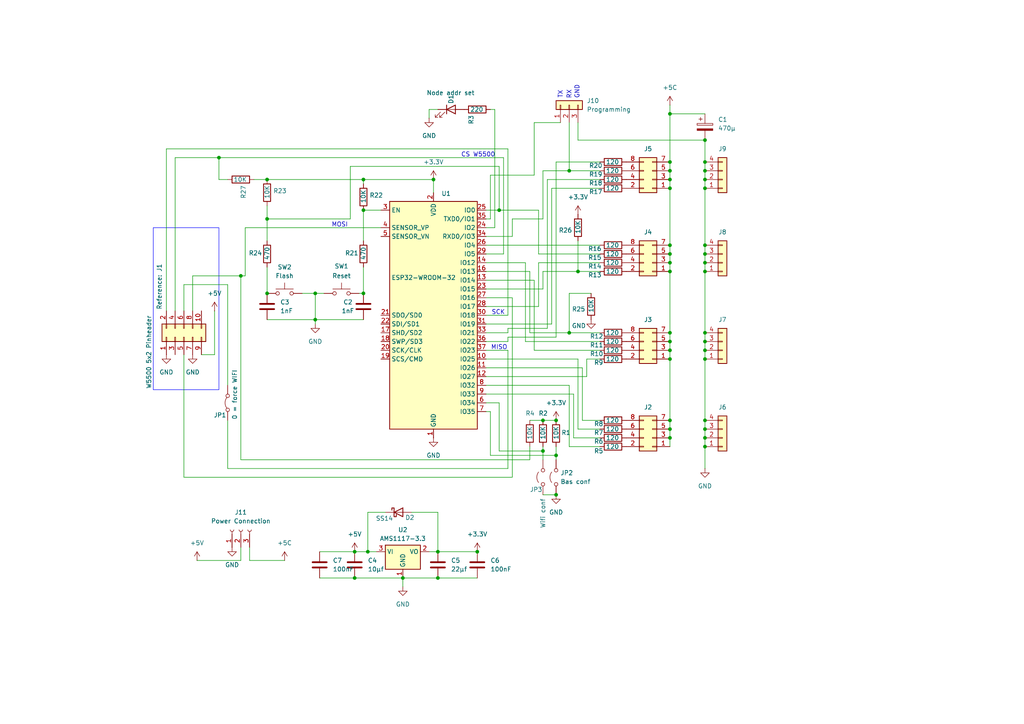
<source format=kicad_sch>
(kicad_sch (version 20250114) (generator "eeschema") (generator_version "9.0")
  (paper "A4")
  (title_block (title "ESP32 PWM PCB large conventional") (date "2025-12-06") (rev "1.0") (company "Private Rolf Jethon"))
  (lib_symbols
    (symbol "Connector:Conn_01x03_Socket" (pin_names (offset 1.016) (hide yes))
      (property "Reference" "J" (at 0 5.08 0))
      (property "Value" "Conn_01x03_Socket" (at 0 -5.08 0))
      (symbol "Conn_01x03_Socket_1_1"
        (polyline (pts (xy -1.27 2.54) (xy -0.508 2.54)) (stroke (width 0.1524)))
        (polyline (pts (xy -1.27 0) (xy -0.508 0)) (stroke (width 0.1524)))
        (polyline (pts (xy -1.27 -2.54) (xy -0.508 -2.54)) (stroke (width 0.1524)))
        (arc (start 0 2.032) (mid -0.5058 2.54) (end 0 3.048) (stroke (width 0.1524)))
        (arc (start 0 -0.508) (mid -0.5058 0) (end 0 0.508) (stroke (width 0.1524)))
        (arc (start 0 -3.048) (mid -0.5058 -2.54) (end 0 -2.032) (stroke (width 0.1524)))
        (pin passive line (at -5.08 2.54 0) (length 3.81) (name "Pin_1") (number "1"))
        (pin passive line (at -5.08 0 0) (length 3.81) (name "Pin_2") (number "2"))
        (pin passive line (at -5.08 -2.54 0) (length 3.81) (name "Pin_3") (number "3"))
      )
    )
    (symbol "Connector_Generic:Conn_01x03" (pin_names (offset 1.016) (hide yes))
      (property "Reference" "J" (at 0 5.08 0))
      (property "Value" "Conn_01x03" (at 0 -5.08 0))
      (symbol "Conn_01x03_1_1"
        (rectangle (start -1.27 3.81) (end 1.27 -3.81) (stroke (width 0.254)) (fill (type background)))
        (rectangle (start -1.27 2.667) (end 0 2.413) (stroke (width 0.1524)))
        (rectangle (start -1.27 0.127) (end 0 -0.127) (stroke (width 0.1524)))
        (rectangle (start -1.27 -2.413) (end 0 -2.667) (stroke (width 0.1524)))
        (pin passive line (at -5.08 2.54 0) (length 3.81) (name "Pin_1") (number "1"))
        (pin passive line (at -5.08 0 0) (length 3.81) (name "Pin_2") (number "2"))
        (pin passive line (at -5.08 -2.54 0) (length 3.81) (name "Pin_3") (number "3"))
      )
    )
    (symbol "Connector_Generic:Conn_01x04" (pin_names (offset 1.016) (hide yes))
      (property "Reference" "J" (at 0 5.08 0))
      (property "Value" "Conn_01x04" (at 0 -7.62 0))
      (symbol "Conn_01x04_1_1"
        (rectangle (start -1.27 3.81) (end 1.27 -6.35) (stroke (width 0.254)) (fill (type background)))
        (rectangle (start -1.27 2.667) (end 0 2.413) (stroke (width 0.1524)))
        (rectangle (start -1.27 0.127) (end 0 -0.127) (stroke (width 0.1524)))
        (rectangle (start -1.27 -2.413) (end 0 -2.667) (stroke (width 0.1524)))
        (rectangle (start -1.27 -4.953) (end 0 -5.207) (stroke (width 0.1524)))
        (pin passive line (at -5.08 2.54 0) (length 3.81) (name "Pin_1") (number "1"))
        (pin passive line (at -5.08 0 0) (length 3.81) (name "Pin_2") (number "2"))
        (pin passive line (at -5.08 -2.54 0) (length 3.81) (name "Pin_3") (number "3"))
        (pin passive line (at -5.08 -5.08 0) (length 3.81) (name "Pin_4") (number "4"))
      )
    )
    (symbol "Connector_Generic:Conn_02x04_Odd_Even" (pin_names (offset 1.016) (hide yes))
      (property "Reference" "J" (at 1.27 5.08 0))
      (property "Value" "Conn_02x04_Odd_Even" (at 1.27 -7.62 0))
      (symbol "Conn_02x04_Odd_Even_1_1"
        (rectangle (start -1.27 3.81) (end 3.81 -6.35) (stroke (width 0.254)) (fill (type background)))
        (rectangle (start -1.27 2.667) (end 0 2.413) (stroke (width 0.1524)))
        (rectangle (start -1.27 0.127) (end 0 -0.127) (stroke (width 0.1524)))
        (rectangle (start -1.27 -2.413) (end 0 -2.667) (stroke (width 0.1524)))
        (rectangle (start -1.27 -4.953) (end 0 -5.207) (stroke (width 0.1524)))
        (rectangle (start 3.81 2.667) (end 2.54 2.413) (stroke (width 0.1524)))
        (rectangle (start 3.81 0.127) (end 2.54 -0.127) (stroke (width 0.1524)))
        (rectangle (start 3.81 -2.413) (end 2.54 -2.667) (stroke (width 0.1524)))
        (rectangle (start 3.81 -4.953) (end 2.54 -5.207) (stroke (width 0.1524)))
        (pin passive line (at -5.08 2.54 0) (length 3.81) (name "Pin_1") (number "1"))
        (pin passive line (at -5.08 0 0) (length 3.81) (name "Pin_3") (number "3"))
        (pin passive line (at -5.08 -2.54 0) (length 3.81) (name "Pin_5") (number "5"))
        (pin passive line (at -5.08 -5.08 0) (length 3.81) (name "Pin_7") (number "7"))
        (pin passive line (at 7.62 2.54 180) (length 3.81) (name "Pin_2") (number "2"))
        (pin passive line (at 7.62 0 180) (length 3.81) (name "Pin_4") (number "4"))
        (pin passive line (at 7.62 -2.54 180) (length 3.81) (name "Pin_6") (number "6"))
        (pin passive line (at 7.62 -5.08 180) (length 3.81) (name "Pin_8") (number "8"))
      )
    )
    (symbol "Device:C" (pin_numbers (hide yes)) (pin_names (offset 0.254))
      (property "Reference" "C" (at 0.635 2.54 0))
      (property "Value" "C" (at 0.635 -2.54 0))
      (symbol "C_0_1"
        (polyline (pts (xy -2.032 0.762) (xy 2.032 0.762)) (stroke (width 0.508)))
        (polyline (pts (xy -2.032 -0.762) (xy 2.032 -0.762)) (stroke (width 0.508)))
      )
      (symbol "C_1_1"
        (pin passive line (at 0 3.81 270) (length 2.794) (name "~") (number "1"))
        (pin passive line (at 0 -3.81 90) (length 2.794) (name "~") (number "2"))
      )
    )
    (symbol "Device:C_Polarized" (pin_numbers (hide yes)) (pin_names (offset 0.254))
      (property "Reference" "C" (at 0.635 2.54 0))
      (property "Value" "C_Polarized" (at 0.635 -2.54 0))
      (symbol "C_Polarized_0_1"
        (rectangle (start -2.286 0.508) (end 2.286 1.016))
        (polyline (pts (xy -1.778 2.286) (xy -0.762 2.286)))
        (polyline (pts (xy -1.27 2.794) (xy -1.27 1.778)))
        (rectangle (start 2.286 -0.508) (end -2.286 -1.016) (fill (type outline)))
      )
      (symbol "C_Polarized_1_1"
        (pin passive line (at 0 3.81 270) (length 2.794) (name "~") (number "1"))
        (pin passive line (at 0 -3.81 90) (length 2.794) (name "~") (number "2"))
      )
    )
    (symbol "Device:LED" (pin_numbers (hide yes)) (pin_names (offset 1.016) (hide yes))
      (property "Reference" "D" (at 0 2.54 0))
      (property "Value" "LED" (at 0 -2.54 0))
      (symbol "LED_0_1"
        (polyline (pts (xy -3.048 -0.762) (xy -4.572 -2.286) (xy -3.81 -2.286) (xy -4.572 -2.286) (xy -4.572 -1.524)))
        (polyline (pts (xy -1.778 -0.762) (xy -3.302 -2.286) (xy -2.54 -2.286) (xy -3.302 -2.286) (xy -3.302 -1.524)))
        (polyline (pts (xy -1.27 0) (xy 1.27 0)))
        (polyline (pts (xy -1.27 -1.27) (xy -1.27 1.27)) (stroke (width 0.254)))
        (polyline (pts (xy 1.27 -1.27) (xy 1.27 1.27) (xy -1.27 0) (xy 1.27 -1.27)) (stroke (width 0.254)))
      )
      (symbol "LED_1_1"
        (pin passive line (at -3.81 0 0) (length 2.54) (name "K") (number "1"))
        (pin passive line (at 3.81 0 180) (length 2.54) (name "A") (number "2"))
      )
    )
    (symbol "Device:R" (pin_numbers (hide yes)) (pin_names (offset 0))
      (property "Reference" "R" (at 2.032 0 90))
      (property "Value" "R" (at 0 0 90))
      (symbol "R_0_1"
        (rectangle (start -1.016 -2.54) (end 1.016 2.54) (stroke (width 0.254)))
      )
      (symbol "R_1_1"
        (pin passive line (at 0 3.81 270) (length 1.27) (name "~") (number "1"))
        (pin passive line (at 0 -3.81 90) (length 1.27) (name "~") (number "2"))
      )
    )
    (symbol "Diode:SS14" (pin_numbers (hide yes)) (pin_names (offset 1.016) (hide yes))
      (property "Reference" "D" (at 0 2.54 0))
      (property "Value" "SS14" (at 0 -2.54 0))
      (symbol "SS14_0_1"
        (polyline (pts (xy -1.905 0.635) (xy -1.905 1.27) (xy -1.27 1.27) (xy -1.27 -1.27) (xy -0.635 -1.27) (xy -0.635 -0.635)) (stroke (width 0.254)))
        (polyline (pts (xy 1.27 1.27) (xy 1.27 -1.27) (xy -1.27 0) (xy 1.27 1.27)) (stroke (width 0.254)))
        (polyline (pts (xy 1.27 0) (xy -1.27 0)))
      )
      (symbol "SS14_1_1"
        (pin passive line (at -3.81 0 0) (length 2.54) (name "K") (number "1"))
        (pin passive line (at 3.81 0 180) (length 2.54) (name "A") (number "2"))
      )
    )
    (symbol "Jumper:Jumper_2_Bridged" (pin_numbers (hide yes)) (pin_names (offset 0) (hide yes))
      (property "Reference" "JP" (at 0 1.905 0))
      (property "Value" "Jumper_2_Bridged" (at 0 -2.54 0))
      (symbol "Jumper_2_Bridged_0_0"
        (circle (center -2.032 0) (radius 0.508))
        (circle (center 2.032 0) (radius 0.508))
      )
      (symbol "Jumper_2_Bridged_0_1"
        (arc (start -1.524 0.254) (mid 0 0.762) (end 1.524 0.254))
      )
      (symbol "Jumper_2_Bridged_1_1"
        (pin passive line (at -5.08 0 0) (length 2.54) (name "A") (number "1"))
        (pin passive line (at 5.08 0 180) (length 2.54) (name "B") (number "2"))
      )
    )
    (symbol "Jumper:Jumper_2_Open" (pin_numbers (hide yes)) (pin_names (offset 0) (hide yes))
      (property "Reference" "JP" (at 0 2.794 0))
      (property "Value" "Jumper_2_Open" (at 0 -2.286 0))
      (symbol "Jumper_2_Open_0_0"
        (circle (center -2.032 0) (radius 0.508))
        (circle (center 2.032 0) (radius 0.508))
      )
      (symbol "Jumper_2_Open_0_1"
        (arc (start -1.524 1.27) (mid 0 1.778) (end 1.524 1.27))
      )
      (symbol "Jumper_2_Open_1_1"
        (pin passive line (at -5.08 0 0) (length 2.54) (name "A") (number "1"))
        (pin passive line (at 5.08 0 180) (length 2.54) (name "B") (number "2"))
      )
    )
    (symbol "RF_Module:ESP32-WROOM-32"
      (property "Reference" "U" (at -12.7 34.29 0))
      (property "Value" "ESP32-WROOM-32" (at 1.27 34.29 0))
      (symbol "ESP32-WROOM-32_0_1"
        (rectangle (start -12.7 33.02) (end 12.7 -33.02) (stroke (width 0.254)) (fill (type background)))
      )
      (symbol "ESP32-WROOM-32_1_1"
        (pin input line (at -15.24 30.48 0) (length 2.54) (name "EN") (number "3"))
        (pin input line (at -15.24 25.4 0) (length 2.54) (name "SENSOR_VP") (number "4"))
        (pin input line (at -15.24 22.86 0) (length 2.54) (name "SENSOR_VN") (number "5"))
        (pin bidirectional line (at -15.24 0 0) (length 2.54) (name "SDO/SD0") (number "21"))
        (pin bidirectional line (at -15.24 -2.54 0) (length 2.54) (name "SDI/SD1") (number "22"))
        (pin bidirectional line (at -15.24 -5.08 0) (length 2.54) (name "SHD/SD2") (number "17"))
        (pin bidirectional line (at -15.24 -7.62 0) (length 2.54) (name "SWP/SD3") (number "18"))
        (pin bidirectional line (at -15.24 -10.16 0) (length 2.54) (name "SCK/CLK") (number "20"))
        (pin bidirectional line (at -15.24 -12.7 0) (length 2.54) (name "SCS/CMD") (number "19"))
        (pin no_connect line (at -12.7 -27.94 0) (length 2.54) (hide yes) (name "NC") (number "32"))
        (pin power_in line (at 0 35.56 270) (length 2.54) (name "VDD") (number "2"))
        (pin power_in line (at 0 -35.56 90) (length 2.54) (name "GND") (number "1"))
        (pin passive line (at 0 -35.56 90) (length 2.54) (hide yes) (name "GND") (number "15"))
        (pin passive line (at 0 -35.56 90) (length 2.54) (hide yes) (name "GND") (number "38"))
        (pin passive line (at 0 -35.56 90) (length 2.54) (hide yes) (name "GND") (number "39"))
        (pin bidirectional line (at 15.24 30.48 180) (length 2.54) (name "IO0") (number "25"))
        (pin bidirectional line (at 15.24 27.94 180) (length 2.54) (name "TXD0/IO1") (number "35"))
        (pin bidirectional line (at 15.24 25.4 180) (length 2.54) (name "IO2") (number "24"))
        (pin bidirectional line (at 15.24 22.86 180) (length 2.54) (name "RXD0/IO3") (number "34"))
        (pin bidirectional line (at 15.24 20.32 180) (length 2.54) (name "IO4") (number "26"))
        (pin bidirectional line (at 15.24 17.78 180) (length 2.54) (name "IO5") (number "29"))
        (pin bidirectional line (at 15.24 15.24 180) (length 2.54) (name "IO12") (number "14"))
        (pin bidirectional line (at 15.24 12.7 180) (length 2.54) (name "IO13") (number "16"))
        (pin bidirectional line (at 15.24 10.16 180) (length 2.54) (name "IO14") (number "13"))
        (pin bidirectional line (at 15.24 7.62 180) (length 2.54) (name "IO15") (number "23"))
        (pin bidirectional line (at 15.24 5.08 180) (length 2.54) (name "IO16") (number "27"))
        (pin bidirectional line (at 15.24 2.54 180) (length 2.54) (name "IO17") (number "28"))
        (pin bidirectional line (at 15.24 0 180) (length 2.54) (name "IO18") (number "30"))
        (pin bidirectional line (at 15.24 -2.54 180) (length 2.54) (name "IO19") (number "31"))
        (pin bidirectional line (at 15.24 -5.08 180) (length 2.54) (name "IO21") (number "33"))
        (pin bidirectional line (at 15.24 -7.62 180) (length 2.54) (name "IO22") (number "36"))
        (pin bidirectional line (at 15.24 -10.16 180) (length 2.54) (name "IO23") (number "37"))
        (pin bidirectional line (at 15.24 -12.7 180) (length 2.54) (name "IO25") (number "10"))
        (pin bidirectional line (at 15.24 -15.24 180) (length 2.54) (name "IO26") (number "11"))
        (pin bidirectional line (at 15.24 -17.78 180) (length 2.54) (name "IO27") (number "12"))
        (pin bidirectional line (at 15.24 -20.32 180) (length 2.54) (name "IO32") (number "8"))
        (pin bidirectional line (at 15.24 -22.86 180) (length 2.54) (name "IO33") (number "9"))
        (pin input line (at 15.24 -25.4 180) (length 2.54) (name "IO34") (number "6"))
        (pin input line (at 15.24 -27.94 180) (length 2.54) (name "IO35") (number "7"))
      )
    )
    (symbol "Regulator_Linear:AMS1117-3.3"
      (property "Reference" "U" (at -3.81 3.175 0))
      (property "Value" "AMS1117-3.3" (at 0 3.175 0))
      (symbol "AMS1117-3.3_0_1"
        (rectangle (start -5.08 -5.08) (end 5.08 1.905) (stroke (width 0.254)) (fill (type background)))
      )
      (symbol "AMS1117-3.3_1_1"
        (pin power_in line (at -7.62 0 0) (length 2.54) (name "VI") (number "3"))
        (pin power_in line (at 0 -7.62 90) (length 2.54) (name "GND") (number "1"))
        (pin power_out line (at 7.62 0 180) (length 2.54) (name "VO") (number "2"))
      )
    )
    (symbol "Switch:SW_Push" (pin_numbers (hide yes)) (pin_names (offset 1.016) (hide yes))
      (property "Reference" "SW" (at 1.27 2.54 0))
      (property "Value" "SW_Push" (at 0 -1.524 0))
      (symbol "SW_Push_0_1"
        (circle (center -2.032 0) (radius 0.508))
        (polyline (pts (xy 0 1.27) (xy 0 3.048)))
        (circle (center 2.032 0) (radius 0.508))
        (polyline (pts (xy 2.54 1.27) (xy -2.54 1.27)))
        (pin passive line (at -5.08 0 0) (length 2.54) (name "1") (number "1"))
        (pin passive line (at 5.08 0 180) (length 2.54) (name "2") (number "2"))
      )
    )
    (symbol "W5500_Modul:W5500 5x2 Pinheader" (pin_names (offset 1.016) (hide yes))
      (property "Reference" "J" (at 1.27 7.62 0) (show_name))
      (property "Value" "W5500 5x2 Pinheader" (at 1.27 -7.62 0))
      (symbol "W5500 5x2 Pinheader_0_1"
        (rectangle (start -15.24 8.89) (end 31.75 -10.16) (stroke (width 0) (color 19 19 255 1)))
      )
      (symbol "W5500 5x2 Pinheader_1_1"
        (rectangle (start -1.27 6.35) (end 3.81 -6.35) (stroke (width 0.254)) (fill (type background)))
        (rectangle (start -1.27 5.207) (end 0 4.953) (stroke (width 0.1524)))
        (rectangle (start -1.27 2.667) (end 0 2.413) (stroke (width 0.1524)))
        (rectangle (start -1.27 0.127) (end 0 -0.127) (stroke (width 0.1524)))
        (rectangle (start -1.27 -2.413) (end 0 -2.667) (stroke (width 0.1524)))
        (rectangle (start -1.27 -4.953) (end 0 -5.207) (stroke (width 0.1524)))
        (rectangle (start 3.81 5.207) (end 2.54 4.953) (stroke (width 0.1524)))
        (rectangle (start 3.81 2.667) (end 2.54 2.413) (stroke (width 0.1524)))
        (rectangle (start 3.81 0.127) (end 2.54 -0.127) (stroke (width 0.1524)))
        (rectangle (start 3.81 -2.413) (end 2.54 -2.667) (stroke (width 0.1524)))
        (rectangle (start 3.81 -4.953) (end 2.54 -5.207) (stroke (width 0.1524)))
        (pin power_in line (at -5.08 5.08 0) (length 3.81) (name "GND") (number "1"))
        (pin input line (at -5.08 2.54 0) (length 3.81) (name "INT") (number "3"))
        (pin input line (at -5.08 0 0) (length 3.81) (name "RST") (number "5"))
        (pin power_in line (at -5.08 -2.54 0) (length 3.81) (name "GND") (number "7"))
        (pin power_in line (at -5.08 -5.08 0) (length 3.81) (name "5V") (number "9"))
        (pin input line (at 7.62 5.08 180) (length 3.81) (name "SCLK") (number "2"))
        (pin input line (at 7.62 2.54 180) (length 3.81) (name "SCS") (number "4"))
        (pin input line (at 7.62 0 180) (length 3.81) (name "MOSI") (number "6"))
        (pin output line (at 7.62 -2.54 180) (length 3.81) (name "MISO") (number "8"))
        (pin power_in line (at 7.62 -5.08 180) (length 3.81) (name "3.3V") (number "10"))
      )
    )
    (symbol "power:+3.3V" (power) (pin_numbers (hide yes)) (pin_names (offset 0) (hide yes))
      (property "Value" "+3.3V" (at 0 3.556 0))
      (symbol "+3.3V_0_1"
        (polyline (pts (xy -0.762 1.27) (xy 0 2.54)))
        (polyline (pts (xy 0 2.54) (xy 0.762 1.27)))
        (polyline (pts (xy 0 0) (xy 0 2.54)))
      )
      (symbol "+3.3V_1_1"
        (pin power_in line (at 0 0 90) (length 0) (name "~") (number "1"))
      )
    )
    (symbol "power:+5C" (power) (pin_numbers (hide yes)) (pin_names (offset 0) (hide yes))
      (property "Value" "+5C" (at 0 3.556 0))
      (symbol "+5C_0_1"
        (polyline (pts (xy -0.762 1.27) (xy 0 2.54)))
        (polyline (pts (xy 0 2.54) (xy 0.762 1.27)))
        (polyline (pts (xy 0 0) (xy 0 2.54)))
      )
      (symbol "+5C_1_1"
        (pin power_in line (at 0 0 90) (length 0) (name "~") (number "1"))
      )
    )
    (symbol "power:+5V" (power) (pin_numbers (hide yes)) (pin_names (offset 0) (hide yes))
      (property "Value" "+5V" (at 0 3.556 0))
      (symbol "+5V_0_1"
        (polyline (pts (xy -0.762 1.27) (xy 0 2.54)))
        (polyline (pts (xy 0 2.54) (xy 0.762 1.27)))
        (polyline (pts (xy 0 0) (xy 0 2.54)))
      )
      (symbol "+5V_1_1"
        (pin power_in line (at 0 0 90) (length 0) (name "~") (number "1"))
      )
    )
    (symbol "power:GND" (power) (pin_numbers (hide yes)) (pin_names (offset 0) (hide yes))
      (property "Value" "GND" (at 0 -3.81 0))
      (symbol "GND_0_1"
        (polyline (pts (xy 0 0) (xy 0 -1.27) (xy 1.27 -1.27) (xy 0 -2.54) (xy -1.27 -1.27) (xy 0 -1.27)))
      )
      (symbol "GND_1_1"
        (pin power_in line (at 0 0 270) (length 0) (name "~") (number "1"))
      )
    )
  )
  (text "CS W5500" (at 138.684 44.958 0) (effects (font (size 1.27 1.27))))
  (text "GND" (at 167.386 26.67 90) (effects (font (size 1.27 1.27))))
  (text "TX" (at 162.56 27.432 90) (effects (font (size 1.27 1.27))))
  (text "SCK" (at 144.526 90.678 0) (effects (font (size 1.27 1.27))))
  (text "MOSI" (at 98.552 65.278 0) (effects (font (size 1.27 1.27))))
  (text "MISO" (at 144.78 100.838 0) (effects (font (size 1.27 1.27))))
  (text "RX" (at 165.1 27.432 90) (effects (font (size 1.27 1.27))))
  (junction (at 144.78 60.96))
  (junction (at 204.47 49.53))
  (junction (at 204.47 76.2))
  (junction (at 138.43 160.02))
  (junction (at 204.47 127))
  (junction (at 77.47 85.09))
  (junction (at 194.31 99.06))
  (junction (at 106.68 160.02))
  (junction (at 204.47 46.99))
  (junction (at 194.31 54.61))
  (junction (at 194.31 127))
  (junction (at 194.31 104.14))
  (junction (at 102.87 160.02))
  (junction (at 204.47 78.74))
  (junction (at 204.47 99.06))
  (junction (at 204.47 73.66))
  (junction (at 194.31 49.53))
  (junction (at 91.44 85.09))
  (junction (at 204.47 104.14))
  (junction (at 204.47 52.07))
  (junction (at 77.47 63.5))
  (junction (at 194.31 124.46))
  (junction (at 194.31 121.92))
  (junction (at 105.41 85.09))
  (junction (at 161.29 121.92))
  (junction (at 194.31 96.52))
  (junction (at 125.73 52.07))
  (junction (at 127 167.64))
  (junction (at 194.31 52.07))
  (junction (at 204.47 40.64))
  (junction (at 204.47 121.92))
  (junction (at 91.44 92.71))
  (junction (at 194.31 73.66))
  (junction (at 204.47 96.52))
  (junction (at 194.31 101.6))
  (junction (at 102.87 167.64))
  (junction (at 165.1 49.53))
  (junction (at 194.31 46.99))
  (junction (at 157.48 121.92))
  (junction (at 161.29 132.08))
  (junction (at 204.47 101.6))
  (junction (at 161.29 143.51))
  (junction (at 63.5 45.72))
  (junction (at 194.31 71.12))
  (junction (at 127 160.02))
  (junction (at 204.47 54.61))
  (junction (at 157.48 130.81))
  (junction (at 204.47 124.46))
  (junction (at 69.85 80.01))
  (junction (at 204.47 129.54))
  (junction (at 105.41 60.96))
  (junction (at 204.47 71.12))
  (junction (at 194.31 76.2))
  (junction (at 167.64 78.74))
  (junction (at 194.31 33.02))
  (junction (at 116.84 167.64))
  (junction (at 105.41 52.07))
  (junction (at 77.47 52.07))
  (junction (at 165.1 96.52))
  (junction (at 194.31 78.74))
  (wire (pts (xy 72.39 158.75) (xy 72.39 162.56)))
  (wire (pts (xy 105.41 85.09) (xy 104.14 85.09)))
  (wire (pts (xy 170.18 104.14) (xy 170.18 109.22)))
  (wire (pts (xy 147.32 99.06) (xy 140.97 99.06)))
  (wire (pts (xy 167.64 40.64) (xy 204.47 40.64)))
  (wire (pts (xy 57.15 162.56) (xy 69.85 162.56)))
  (wire (pts (xy 160.02 54.61) (xy 173.99 54.61)))
  (wire (pts (xy 140.97 93.98) (xy 160.02 93.98)))
  (wire (pts (xy 146.05 73.66) (xy 146.05 45.72)))
  (wire (pts (xy 106.68 148.59) (xy 106.68 160.02)))
  (wire (pts (xy 173.99 129.54) (xy 165.1 129.54)))
  (wire (pts (xy 127 160.02) (xy 138.43 160.02)))
  (wire (pts (xy 194.31 30.48) (xy 194.31 33.02)))
  (wire (pts (xy 147.32 97.79) (xy 147.32 99.06)))
  (wire (pts (xy 204.47 46.99) (xy 204.47 49.53)))
  (wire (pts (xy 140.97 96.52) (xy 147.32 96.52)))
  (wire (pts (xy 91.44 92.71) (xy 91.44 93.98)))
  (wire (pts (xy 140.97 68.58) (xy 148.59 68.58)))
  (wire (pts (xy 173.99 121.92) (xy 168.91 121.92)))
  (wire (pts (xy 194.31 46.99) (xy 194.31 49.53)))
  (wire (pts (xy 146.05 45.72) (xy 63.5 45.72)))
  (wire (pts (xy 147.32 91.44) (xy 147.32 43.18)))
  (wire (pts (xy 204.47 78.74) (xy 204.47 96.52)))
  (wire (pts (xy 153.67 121.92) (xy 157.48 121.92)))
  (wire (pts (xy 142.24 50.8) (xy 142.24 63.5)))
  (wire (pts (xy 77.47 63.5) (xy 101.6 63.5)))
  (wire (pts (xy 165.1 49.53) (xy 173.99 49.53)))
  (wire (pts (xy 166.37 127) (xy 166.37 114.3)))
  (wire (pts (xy 194.31 104.14) (xy 194.31 121.92)))
  (wire (pts (xy 71.12 66.04) (xy 71.12 80.01)))
  (wire (pts (xy 204.47 73.66) (xy 204.47 76.2)))
  (wire (pts (xy 156.21 73.66) (xy 173.99 73.66)))
  (wire (pts (xy 77.47 92.71) (xy 91.44 92.71)))
  (wire (pts (xy 167.64 35.56) (xy 167.64 40.64)))
  (wire (pts (xy 66.04 82.55) (xy 66.04 111.76)))
  (wire (pts (xy 157.48 83.82) (xy 140.97 83.82)))
  (wire (pts (xy 204.47 127) (xy 204.47 129.54)))
  (wire (pts (xy 194.31 76.2) (xy 194.31 78.74)))
  (wire (pts (xy 153.67 129.54) (xy 153.67 133.35)))
  (wire (pts (xy 156.21 60.96) (xy 156.21 73.66)))
  (wire (pts (xy 101.6 63.5) (xy 101.6 48.26)))
  (wire (pts (xy 142.24 31.75) (xy 143.51 31.75)))
  (wire (pts (xy 116.84 167.64) (xy 127 167.64)))
  (wire (pts (xy 71.12 80.01) (xy 69.85 80.01)))
  (wire (pts (xy 157.48 78.74) (xy 157.48 83.82)))
  (wire (pts (xy 125.73 52.07) (xy 125.73 55.88)))
  (wire (pts (xy 204.47 96.52) (xy 204.47 99.06)))
  (wire (pts (xy 91.44 85.09) (xy 91.44 92.71)))
  (wire (pts (xy 165.1 111.76) (xy 165.1 129.54)))
  (wire (pts (xy 92.71 160.02) (xy 102.87 160.02)))
  (wire (pts (xy 105.41 69.85) (xy 105.41 60.96)))
  (wire (pts (xy 144.78 116.84) (xy 144.78 130.81)))
  (wire (pts (xy 53.34 82.55) (xy 53.34 90.17)))
  (wire (pts (xy 154.94 35.56) (xy 154.94 50.8)))
  (wire (pts (xy 101.6 48.26) (xy 144.78 48.26)))
  (wire (pts (xy 152.4 99.06) (xy 173.99 99.06)))
  (wire (pts (xy 157.48 130.81) (xy 157.48 133.35)))
  (wire (pts (xy 140.97 86.36) (xy 148.59 86.36)))
  (wire (pts (xy 62.23 90.17) (xy 62.23 102.87)))
  (wire (pts (xy 77.47 77.47) (xy 77.47 85.09)))
  (wire (pts (xy 140.97 91.44) (xy 147.32 91.44)))
  (wire (pts (xy 69.85 80.01) (xy 55.88 80.01)))
  (wire (pts (xy 140.97 101.6) (xy 147.32 101.6)))
  (wire (pts (xy 143.51 31.75) (xy 143.51 66.04)))
  (wire (pts (xy 204.47 124.46) (xy 204.47 127)))
  (wire (pts (xy 69.85 162.56) (xy 69.85 158.75)))
  (wire (pts (xy 55.88 80.01) (xy 55.88 90.17)))
  (wire (pts (xy 69.85 133.35) (xy 153.67 133.35)))
  (wire (pts (xy 148.59 63.5) (xy 157.48 63.5)))
  (wire (pts (xy 152.4 76.2) (xy 152.4 99.06)))
  (wire (pts (xy 194.31 101.6) (xy 194.31 104.14)))
  (wire (pts (xy 156.21 88.9) (xy 140.97 88.9)))
  (wire (pts (xy 204.47 76.2) (xy 204.47 78.74)))
  (wire (pts (xy 140.97 119.38) (xy 142.24 119.38)))
  (wire (pts (xy 194.31 124.46) (xy 194.31 127)))
  (wire (pts (xy 154.94 81.28) (xy 154.94 101.6)))
  (wire (pts (xy 173.99 104.14) (xy 170.18 104.14)))
  (wire (pts (xy 167.64 69.85) (xy 167.64 78.74)))
  (wire (pts (xy 140.97 106.68) (xy 168.91 106.68)))
  (wire (pts (xy 77.47 63.5) (xy 77.47 69.85)))
  (wire (pts (xy 173.99 52.07) (xy 158.75 52.07)))
  (wire (pts (xy 140.97 73.66) (xy 146.05 73.66)))
  (wire (pts (xy 160.02 93.98) (xy 160.02 54.61)))
  (wire (pts (xy 204.47 54.61) (xy 204.47 71.12)))
  (wire (pts (xy 102.87 167.64) (xy 116.84 167.64)))
  (wire (pts (xy 140.97 76.2) (xy 152.4 76.2)))
  (wire (pts (xy 143.51 66.04) (xy 140.97 66.04)))
  (wire (pts (xy 158.75 95.25) (xy 147.32 95.25)))
  (wire (pts (xy 105.41 85.09) (xy 105.41 77.47)))
  (wire (pts (xy 127 148.59) (xy 127 160.02)))
  (wire (pts (xy 173.99 46.99) (xy 161.29 46.99)))
  (wire (pts (xy 105.41 52.07) (xy 105.41 53.34)))
  (wire (pts (xy 153.67 78.74) (xy 153.67 96.52)))
  (wire (pts (xy 157.48 130.81) (xy 144.78 130.81)))
  (wire (pts (xy 142.24 132.08) (xy 161.29 132.08)))
  (wire (pts (xy 194.31 127) (xy 194.31 129.54)))
  (wire (pts (xy 167.64 104.14) (xy 167.64 124.46)))
  (wire (pts (xy 194.31 78.74) (xy 194.31 96.52)))
  (wire (pts (xy 204.47 101.6) (xy 204.47 104.14)))
  (wire (pts (xy 194.31 33.02) (xy 204.47 33.02)))
  (wire (pts (xy 66.04 52.07) (xy 63.5 52.07)))
  (wire (pts (xy 161.29 132.08) (xy 161.29 133.35)))
  (wire (pts (xy 165.1 85.09) (xy 165.1 96.52)))
  (wire (pts (xy 165.1 96.52) (xy 173.99 96.52)))
  (wire (pts (xy 58.42 102.87) (xy 62.23 102.87)))
  (wire (pts (xy 105.41 52.07) (xy 125.73 52.07)))
  (wire (pts (xy 111.76 148.59) (xy 106.68 148.59)))
  (wire (pts (xy 127 167.64) (xy 138.43 167.64)))
  (wire (pts (xy 161.29 46.99) (xy 161.29 97.79)))
  (wire (pts (xy 167.64 78.74) (xy 173.99 78.74)))
  (wire (pts (xy 66.04 135.89) (xy 147.32 135.89)))
  (wire (pts (xy 140.97 114.3) (xy 166.37 114.3)))
  (wire (pts (xy 127 31.75) (xy 124.46 31.75)))
  (wire (pts (xy 77.47 52.07) (xy 105.41 52.07)))
  (wire (pts (xy 194.31 121.92) (xy 194.31 124.46)))
  (wire (pts (xy 48.26 43.18) (xy 48.26 90.17)))
  (wire (pts (xy 105.41 60.96) (xy 110.49 60.96)))
  (wire (pts (xy 72.39 162.56) (xy 82.55 162.56)))
  (wire (pts (xy 66.04 121.92) (xy 66.04 135.89)))
  (wire (pts (xy 204.47 104.14) (xy 204.47 121.92)))
  (wire (pts (xy 140.97 71.12) (xy 173.99 71.12)))
  (wire (pts (xy 153.67 78.74) (xy 140.97 78.74)))
  (wire (pts (xy 173.99 124.46) (xy 167.64 124.46)))
  (wire (pts (xy 194.31 71.12) (xy 194.31 73.66)))
  (wire (pts (xy 119.38 148.59) (xy 127 148.59)))
  (wire (pts (xy 144.78 116.84) (xy 140.97 116.84)))
  (wire (pts (xy 63.5 45.72) (xy 50.8 45.72)))
  (wire (pts (xy 204.47 99.06) (xy 204.47 101.6)))
  (wire (pts (xy 157.48 121.92) (xy 161.29 121.92)))
  (wire (pts (xy 154.94 50.8) (xy 142.24 50.8)))
  (wire (pts (xy 140.97 60.96) (xy 144.78 60.96)))
  (wire (pts (xy 194.31 96.52) (xy 194.31 99.06)))
  (wire (pts (xy 168.91 121.92) (xy 168.91 106.68)))
  (wire (pts (xy 148.59 86.36) (xy 148.59 138.43)))
  (wire (pts (xy 161.29 97.79) (xy 147.32 97.79)))
  (wire (pts (xy 142.24 119.38) (xy 142.24 132.08)))
  (wire (pts (xy 157.48 129.54) (xy 157.48 130.81)))
  (wire (pts (xy 148.59 63.5) (xy 148.59 68.58)))
  (wire (pts (xy 171.45 85.09) (xy 165.1 85.09)))
  (wire (pts (xy 157.48 49.53) (xy 165.1 49.53)))
  (wire (pts (xy 204.47 40.64) (xy 204.47 46.99)))
  (wire (pts (xy 144.78 60.96) (xy 156.21 60.96)))
  (wire (pts (xy 91.44 85.09) (xy 93.98 85.09)))
  (wire (pts (xy 87.63 85.09) (xy 91.44 85.09)))
  (wire (pts (xy 92.71 167.64) (xy 102.87 167.64)))
  (wire (pts (xy 124.46 31.75) (xy 124.46 34.29)))
  (wire (pts (xy 142.24 63.5) (xy 140.97 63.5)))
  (wire (pts (xy 144.78 48.26) (xy 144.78 60.96)))
  (wire (pts (xy 116.84 170.18) (xy 116.84 167.64)))
  (wire (pts (xy 158.75 52.07) (xy 158.75 95.25)))
  (wire (pts (xy 147.32 43.18) (xy 48.26 43.18)))
  (wire (pts (xy 156.21 76.2) (xy 156.21 88.9)))
  (wire (pts (xy 194.31 49.53) (xy 194.31 52.07)))
  (wire (pts (xy 73.66 52.07) (xy 77.47 52.07)))
  (wire (pts (xy 91.44 92.71) (xy 105.41 92.71)))
  (wire (pts (xy 194.31 73.66) (xy 194.31 76.2)))
  (wire (pts (xy 53.34 102.87) (xy 53.34 138.43)))
  (wire (pts (xy 162.56 35.56) (xy 154.94 35.56)))
  (wire (pts (xy 204.47 49.53) (xy 204.47 52.07)))
  (wire (pts (xy 165.1 35.56) (xy 165.1 49.53)))
  (wire (pts (xy 127 160.02) (xy 124.46 160.02)))
  (wire (pts (xy 170.18 109.22) (xy 140.97 109.22)))
  (wire (pts (xy 106.68 160.02) (xy 109.22 160.02)))
  (wire (pts (xy 161.29 132.08) (xy 161.29 129.54)))
  (wire (pts (xy 154.94 81.28) (xy 140.97 81.28)))
  (wire (pts (xy 147.32 101.6) (xy 147.32 135.89)))
  (wire (pts (xy 63.5 52.07) (xy 63.5 45.72)))
  (wire (pts (xy 153.67 96.52) (xy 165.1 96.52)))
  (wire (pts (xy 194.31 52.07) (xy 194.31 54.61)))
  (wire (pts (xy 50.8 45.72) (xy 50.8 90.17)))
  (wire (pts (xy 194.31 99.06) (xy 194.31 101.6)))
  (wire (pts (xy 102.87 160.02) (xy 106.68 160.02)))
  (wire (pts (xy 204.47 129.54) (xy 204.47 135.89)))
  (wire (pts (xy 66.04 82.55) (xy 53.34 82.55)))
  (wire (pts (xy 157.48 78.74) (xy 167.64 78.74)))
  (wire (pts (xy 194.31 54.61) (xy 194.31 71.12)))
  (wire (pts (xy 69.85 80.01) (xy 69.85 133.35)))
  (wire (pts (xy 77.47 59.69) (xy 77.47 63.5)))
  (wire (pts (xy 204.47 121.92) (xy 204.47 124.46)))
  (wire (pts (xy 154.94 101.6) (xy 173.99 101.6)))
  (wire (pts (xy 157.48 49.53) (xy 157.48 63.5)))
  (wire (pts (xy 110.49 66.04) (xy 71.12 66.04)))
  (wire (pts (xy 173.99 127) (xy 166.37 127)))
  (wire (pts (xy 165.1 111.76) (xy 140.97 111.76)))
  (wire (pts (xy 157.48 143.51) (xy 161.29 143.51)))
  (wire (pts (xy 194.31 33.02) (xy 194.31 46.99)))
  (wire (pts (xy 204.47 52.07) (xy 204.47 54.61)))
  (wire (pts (xy 147.32 95.25) (xy 147.32 96.52)))
  (wire (pts (xy 204.47 71.12) (xy 204.47 73.66)))
  (wire (pts (xy 148.59 138.43) (xy 53.34 138.43)))
  (wire (pts (xy 140.97 104.14) (xy 167.64 104.14)))
  (wire (pts (xy 156.21 76.2) (xy 173.99 76.2)))
  (symbol (lib_id "Device:R") (at 69.85 52.07 90) (unit 1)
    (property "Reference" "R27" (at 70.612 57.658 0) (effects (justify left)))
    (property "Value" "10K" (at 71.628 52.07 90) (effects (justify left)))
    (property "Footprint" "Resistor_THT:R_Axial_DIN0207_L6.3mm_D2.5mm_P2.54mm_Vertical" (effects (hide yes)))
    (property "Description" "Resistor" (effects (hide yes)))
  )
  (symbol (lib_id "Device:R") (at 177.8 73.66 90) (unit 1)
    (property "Reference" "R15" (at 174.498 74.676 90) (effects (justify left)))
    (property "Value" "120" (at 179.578 73.66 90) (effects (justify left)))
    (property "Footprint" "Resistor_THT:R_Axial_DIN0207_L6.3mm_D2.5mm_P2.54mm_Vertical" (effects (hide yes)))
    (property "Description" "Resistor" (effects (hide yes)))
  )
  (symbol (lib_id "Device:C") (at 102.87 163.83 0) (unit 1)
    (property "Reference" "C4" (at 106.68 162.5599 0) (effects (justify left)))
    (property "Value" "10µf" (at 106.68 165.0999 0) (effects (justify left)))
    (property "Footprint" "Capacitor_THT:CP_Radial_D5.0mm_P2.50mm" (effects (hide yes)))
    (property "Description" "Unpolarized capacitor" (effects (hide yes)))
  )
  (symbol (lib_id "Device:C") (at 92.71 163.83 0) (unit 1)
    (property "Reference" "C7" (at 96.52 162.5599 0) (effects (justify left)))
    (property "Value" "100nF" (at 96.52 165.0999 0) (effects (justify left)))
    (property "Footprint" "Capacitor_THT:C_Disc_D6.0mm_W2.5mm_P5.00mm" (effects (hide yes)))
    (property "Description" "Unpolarized capacitor" (effects (hide yes)))
  )
  (symbol (lib_id "Device:LED") (at 130.81 31.75 0) (unit 1)
    (property "Reference" "D1" (at 130.81 27.432 90) (effects (justify right)))
    (property "Value" "Node addr set" (at 137.668 26.924 0) (effects (justify right)))
    (property "Footprint" "LED_THT:LED_D3.0mm" (effects (hide yes)))
    (property "Description" "Light emitting diode" (effects (hide yes)))
    (property "Sim.Pins" "1=K 2=A" (effects (hide yes)))
  )
  (symbol (lib_id "Device:R") (at 177.8 71.12 90) (unit 1)
    (property "Reference" "R16" (at 174.498 72.136 90) (effects (justify left)))
    (property "Value" "120" (at 179.578 71.12 90) (effects (justify left)))
    (property "Footprint" "Resistor_THT:R_Axial_DIN0207_L6.3mm_D2.5mm_P2.54mm_Vertical" (effects (hide yes)))
    (property "Description" "Resistor" (effects (hide yes)))
  )
  (symbol (lib_id "power:GND") (at 55.88 102.87 0) (unit 1)
    (property "Reference" "#PWR03" (effects (hide yes)))
    (property "Value" "GND" (at 55.88 107.95 0))
    (property "Description" "Power symbol creates a global label with name \"GND\" , ground" (effects (hide yes)))
  )
  (symbol (lib_id "power:+5V") (at 102.87 160.02 0) (unit 1)
    (property "Reference" "#PWR016" (effects (hide yes)))
    (property "Value" "+5V" (at 102.87 154.94 0))
    (property "Description" "Power symbol creates a global label with name \"+5V\"" (effects (hide yes)))
  )
  (symbol (lib_id "Device:R") (at 153.67 125.73 0) (unit 1)
    (property "Reference" "R4" (at 152.4 119.888 0) (effects (justify left)))
    (property "Value" "10K" (at 153.67 127.508 90) (effects (justify left)))
    (property "Footprint" "Resistor_THT:R_Axial_DIN0207_L6.3mm_D2.5mm_P2.54mm_Vertical" (effects (hide yes)))
    (property "Description" "Resistor" (effects (hide yes)))
  )
  (symbol (lib_id "Connector_Generic:Conn_02x04_Odd_Even") (at 189.23 101.6 180) (unit 1)
    (property "Reference" "J3" (at 187.96 92.71 0))
    (property "Footprint" "Connector_PinHeader_2.54mm:PinHeader_2x04_P2.54mm_Vertical" (effects (hide yes)))
    (property "Description" "Generic connector, double row, 02x04, odd/even pin numbering scheme (row 1 odd numbers, row 2 even numbers), script generated (kicad-library-utils/schlib/autogen/connector/)" (effects (hide yes)))
  )
  (symbol (lib_id "Device:R") (at 177.8 124.46 90) (unit 1)
    (property "Reference" "R7" (at 175.006 125.476 90) (effects (justify left)))
    (property "Value" "120" (at 179.578 124.46 90) (effects (justify left)))
    (property "Footprint" "Resistor_THT:R_Axial_DIN0207_L6.3mm_D2.5mm_P2.54mm_Vertical" (effects (hide yes)))
    (property "Description" "Resistor" (effects (hide yes)))
  )
  (symbol (lib_id "W5500_Modul:W5500 5x2 Pinheader") (at 53.34 97.79 90) (unit 1)
    (property "Reference" "J1" (at 46.228 76.454 0) (show_name yes) (effects (justify right)))
    (property "Value" "W5500 5x2 Pinheader" (at 43.18 91.44 0) (effects (justify right)))
    (property "Footprint" "Mylib:W5500_Modul" (effects (hide yes)))
    (property "Description" "W5500_Modul" (effects (hide yes)))
  )
  (symbol (lib_id "power:GND") (at 125.73 127 0) (unit 1)
    (property "Reference" "#PWR01" (effects (hide yes)))
    (property "Value" "GND" (at 125.73 132.08 0))
    (property "Description" "Power symbol creates a global label with name \"GND\" , ground" (effects (hide yes)))
  )
  (symbol (lib_id "Device:R") (at 138.43 31.75 90) (unit 1)
    (property "Reference" "R3" (at 136.652 36.068 0) (effects (justify left)))
    (property "Value" "220" (at 140.208 31.75 90) (effects (justify left)))
    (property "Footprint" "Resistor_THT:R_Axial_DIN0207_L6.3mm_D2.5mm_P2.54mm_Vertical" (effects (hide yes)))
    (property "Description" "Resistor" (effects (hide yes)))
  )
  (symbol (lib_id "power:GND") (at 124.46 34.29 0) (unit 1)
    (property "Reference" "#PWR09" (effects (hide yes)))
    (property "Value" "GND" (at 124.46 39.37 0))
    (property "Description" "Power symbol creates a global label with name \"GND\" , ground" (effects (hide yes)))
  )
  (symbol (lib_id "Device:R") (at 157.48 125.73 0) (unit 1)
    (property "Reference" "R2" (at 156.21 119.888 0) (effects (justify left)))
    (property "Value" "10K" (at 157.48 127.508 90) (effects (justify left)))
    (property "Footprint" "Resistor_THT:R_Axial_DIN0207_L6.3mm_D2.5mm_P2.54mm_Vertical" (effects (hide yes)))
    (property "Description" "Resistor" (effects (hide yes)))
  )
  (symbol (lib_id "Device:R") (at 105.41 57.15 0) (unit 1)
    (property "Reference" "R22" (at 107.188 56.642 0) (effects (justify left)))
    (property "Value" "10K" (at 105.41 58.928 90) (effects (justify left)))
    (property "Footprint" "Resistor_THT:R_Axial_DIN0207_L6.3mm_D2.5mm_P10.16mm_Horizontal" (effects (hide yes)))
    (property "Description" "Resistor" (effects (hide yes)))
  )
  (symbol (lib_id "power:GND") (at 91.44 93.98 0) (unit 1)
    (property "Reference" "#PWR011" (effects (hide yes)))
    (property "Value" "GND" (at 91.44 99.06 0))
    (property "Description" "Power symbol creates a global label with name \"GND\" , ground" (effects (hide yes)))
  )
  (symbol (lib_id "Device:R") (at 171.45 88.9 0) (unit 1)
    (property "Reference" "R25" (at 165.862 89.662 0) (effects (justify left)))
    (property "Value" "10K" (at 171.45 90.678 90) (effects (justify left)))
    (property "Footprint" "Resistor_THT:R_Axial_DIN0207_L6.3mm_D2.5mm_P2.54mm_Vertical" (effects (hide yes)))
    (property "Description" "Resistor" (effects (hide yes)))
  )
  (symbol (lib_id "Device:R") (at 167.64 66.04 0) (unit 1)
    (property "Reference" "R26" (at 162.052 66.802 0) (effects (justify left)))
    (property "Value" "10K" (at 167.64 67.818 90) (effects (justify left)))
    (property "Footprint" "Resistor_THT:R_Axial_DIN0207_L6.3mm_D2.5mm_P2.54mm_Vertical" (effects (hide yes)))
    (property "Description" "Resistor" (effects (hide yes)))
  )
  (symbol (lib_id "Connector:Conn_01x03_Socket") (at 69.85 153.67 90) (unit 1)
    (property "Reference" "J11" (at 69.85 148.59 90))
    (property "Value" "Power Connection" (at 69.85 151.13 90))
    (property "Footprint" "Connector_TE-Connectivity:TE_826576-3_1x03_P3.96mm_Vertical" (effects (hide yes)))
    (property "Description" "Generic connector, single row, 01x03, script generated" (effects (hide yes)))
  )
  (symbol (lib_id "Device:R") (at 177.8 129.54 90) (unit 1)
    (property "Reference" "R5" (at 175.006 130.81 90) (effects (justify left)))
    (property "Value" "120" (at 179.578 129.54 90) (effects (justify left)))
    (property "Footprint" "Resistor_THT:R_Axial_DIN0207_L6.3mm_D2.5mm_P2.54mm_Vertical" (effects (hide yes)))
    (property "Description" "Resistor" (effects (hide yes)))
  )
  (symbol (lib_id "Device:R") (at 77.47 73.66 0) (unit 1)
    (property "Reference" "R24" (at 72.136 73.406 0) (effects (justify left)))
    (property "Value" "470" (at 77.47 75.438 90) (effects (justify left)))
    (property "Footprint" "Resistor_THT:R_Axial_DIN0207_L6.3mm_D2.5mm_P2.54mm_Vertical" (effects (hide yes)))
    (property "Description" "Resistor" (effects (hide yes)))
  )
  (symbol (lib_id "Device:R") (at 161.29 125.73 0) (unit 1)
    (property "Reference" "R1" (at 162.814 125.476 0) (effects (justify left)))
    (property "Value" "10K" (at 161.29 127.508 90) (effects (justify left)))
    (property "Footprint" "Resistor_THT:R_Axial_DIN0207_L6.3mm_D2.5mm_P2.54mm_Vertical" (effects (hide yes)))
    (property "Description" "Resistor" (effects (hide yes)))
  )
  (symbol (lib_id "Device:C") (at 77.47 88.9 0) (unit 1)
    (property "Reference" "C3" (at 81.28 87.6299 0) (effects (justify left)))
    (property "Value" "1nF" (at 81.28 90.1699 0) (effects (justify left)))
    (property "Footprint" "Capacitor_THT:C_Axial_L5.1mm_D3.1mm_P7.50mm_Horizontal" (effects (hide yes)))
    (property "Description" "Unpolarized capacitor" (effects (hide yes)))
  )
  (symbol (lib_id "Connector_Generic:Conn_01x04") (at 209.55 52.07 0) (mirror x) (unit 1)
    (property "Reference" "J9" (at 209.55 43.18 0))
    (property "Footprint" "Connector_PinHeader_2.54mm:PinHeader_1x04_P2.54mm_Vertical" (effects (hide yes)))
    (property "Description" "Generic connector, single row, 01x04, script generated (kicad-library-utils/schlib/autogen/connector/)" (effects (hide yes)))
  )
  (symbol (lib_id "power:GND") (at 116.84 170.18 0) (unit 1)
    (property "Reference" "#PWR015" (effects (hide yes)))
    (property "Value" "GND" (at 116.84 175.26 0))
    (property "Description" "Power symbol creates a global label with name \"GND\" , ground" (effects (hide yes)))
  )
  (symbol (lib_id "Diode:SS14") (at 115.57 148.59 0) (unit 1)
    (property "Reference" "D2" (at 118.872 150.114 0))
    (property "Value" "SS14" (at 111.506 150.368 0))
    (property "Footprint" "Diode_THT:D_DO-41_SOD81_P7.62mm_Horizontal" (effects (hide yes)))
    (property "Datasheet" "https://www.vishay.com/docs/88746/ss12.pdf" (effects (hide yes)))
    (property "Description" "40V 1A Schottky Diode, SMA" (effects (hide yes)))
  )
  (symbol (lib_id "Connector_Generic:Conn_01x04") (at 209.55 127 0) (mirror x) (unit 1)
    (property "Reference" "J6" (at 209.55 118.11 0))
    (property "Footprint" "Connector_PinHeader_2.54mm:PinHeader_1x04_P2.54mm_Vertical" (effects (hide yes)))
    (property "Description" "Generic connector, single row, 01x04, script generated (kicad-library-utils/schlib/autogen/connector/)" (effects (hide yes)))
  )
  (symbol (lib_id "Device:C_Polarized") (at 204.47 36.83 0) (unit 1)
    (property "Reference" "C1" (at 208.28 34.6709 0) (effects (justify left)))
    (property "Value" "470µ" (at 208.28 37.2109 0) (effects (justify left)))
    (property "Footprint" "Capacitor_THT:CP_Radial_D8.0mm_P3.50mm" (effects (hide yes)))
    (property "Description" "Polarized capacitor" (effects (hide yes)))
  )
  (symbol (lib_id "Connector_Generic:Conn_02x04_Odd_Even") (at 189.23 127 180) (unit 1)
    (property "Reference" "J2" (at 187.96 118.11 0))
    (property "Footprint" "Connector_PinHeader_2.54mm:PinHeader_2x04_P2.54mm_Vertical" (effects (hide yes)))
    (property "Description" "Generic connector, double row, 02x04, odd/even pin numbering scheme (row 1 odd numbers, row 2 even numbers), script generated (kicad-library-utils/schlib/autogen/connector/)" (effects (hide yes)))
  )
  (symbol (lib_id "Device:R") (at 105.41 73.66 0) (unit 1)
    (property "Reference" "R21" (at 100.076 73.406 0) (effects (justify left)))
    (property "Value" "470" (at 105.41 75.438 90) (effects (justify left)))
    (property "Footprint" "Resistor_THT:R_Axial_DIN0207_L6.3mm_D2.5mm_P10.16mm_Horizontal" (effects (hide yes)))
    (property "Description" "Resistor" (effects (hide yes)))
  )
  (symbol (lib_id "power:+5C") (at 194.31 30.48 0) (unit 1)
    (property "Reference" "#PWR08" (effects (hide yes)))
    (property "Value" "+5C" (at 194.31 25.4 0))
    (property "Description" "Power symbol creates a global label with name \"+5C\"" (effects (hide yes)))
  )
  (symbol (lib_id "Device:R") (at 177.8 127 90) (unit 1)
    (property "Reference" "R6" (at 175.006 128.016 90) (effects (justify left)))
    (property "Value" "120" (at 179.578 127 90) (effects (justify left)))
    (property "Footprint" "Resistor_THT:R_Axial_DIN0207_L6.3mm_D2.5mm_P2.54mm_Vertical" (effects (hide yes)))
    (property "Description" "Resistor" (effects (hide yes)))
  )
  (symbol (lib_id "Device:R") (at 177.8 52.07 90) (unit 1)
    (property "Reference" "R18" (at 174.752 53.086 90) (effects (justify left)))
    (property "Value" "120" (at 179.578 52.07 90) (effects (justify left)))
    (property "Footprint" "Resistor_THT:R_Axial_DIN0207_L6.3mm_D2.5mm_P2.54mm_Vertical" (effects (hide yes)))
    (property "Description" "Resistor" (effects (hide yes)))
  )
  (symbol (lib_id "Device:C") (at 138.43 163.83 0) (unit 1)
    (property "Reference" "C6" (at 142.24 162.5599 0) (effects (justify left)))
    (property "Value" "100nF" (at 142.24 165.0999 0) (effects (justify left)))
    (property "Footprint" "Capacitor_THT:C_Disc_D6.0mm_W2.5mm_P5.00mm" (effects (hide yes)))
    (property "Description" "Unpolarized capacitor" (effects (hide yes)))
  )
  (symbol (lib_id "power:+3.3V") (at 125.73 52.07 0) (unit 1)
    (property "Reference" "#PWR06" (effects (hide yes)))
    (property "Value" "+3.3V" (at 125.73 46.99 0))
    (property "Description" "Power symbol creates a global label with name \"+3.3V\"" (effects (hide yes)))
  )
  (symbol (lib_id "Device:R") (at 177.8 78.74 90) (unit 1)
    (property "Reference" "R13" (at 174.498 79.756 90) (effects (justify left)))
    (property "Value" "120" (at 179.578 78.74 90) (effects (justify left)))
    (property "Footprint" "Resistor_THT:R_Axial_DIN0207_L6.3mm_D2.5mm_P2.54mm_Vertical" (effects (hide yes)))
    (property "Description" "Resistor" (effects (hide yes)))
  )
  (symbol (lib_id "power:+5C") (at 82.55 162.56 0) (unit 1)
    (property "Reference" "#PWR013" (effects (hide yes)))
    (property "Value" "+5C" (at 82.55 157.48 0))
    (property "Description" "Power symbol creates a global label with name \"+5C\"" (effects (hide yes)))
  )
  (symbol (lib_id "Connector_Generic:Conn_01x04") (at 209.55 101.6 0) (mirror x) (unit 1)
    (property "Reference" "J7" (at 209.55 92.71 0))
    (property "Footprint" "Connector_PinHeader_2.54mm:PinHeader_1x04_P2.54mm_Vertical" (effects (hide yes)))
    (property "Description" "Generic connector, single row, 01x04, script generated (kicad-library-utils/schlib/autogen/connector/)" (effects (hide yes)))
  )
  (symbol (lib_id "Switch:SW_Push") (at 99.06 85.09 0) (mirror y) (unit 1)
    (property "Reference" "SW1" (at 99.06 77.216 0))
    (property "Value" "Reset" (at 99.06 80.01 0))
    (property "Footprint" "Button_Switch_THT:SW_PUSH_6mm" (effects (hide yes)))
    (property "Description" "Push button switch, generic, two pins" (effects (hide yes)))
  )
  (symbol (lib_id "Device:R") (at 177.8 76.2 90) (unit 1)
    (property "Reference" "R14" (at 174.498 77.216 90) (effects (justify left)))
    (property "Value" "120" (at 179.578 76.2 90) (effects (justify left)))
    (property "Footprint" "Resistor_THT:R_Axial_DIN0207_L6.3mm_D2.5mm_P2.54mm_Vertical" (effects (hide yes)))
    (property "Description" "Resistor" (effects (hide yes)))
  )
  (symbol (lib_id "power:GND") (at 161.29 143.51 0) (unit 1)
    (property "Reference" "#PWR010" (effects (hide yes)))
    (property "Value" "GND" (at 161.29 148.59 0))
    (property "Description" "Power symbol creates a global label with name \"GND\" , ground" (effects (hide yes)))
  )
  (symbol (lib_id "RF_Module:ESP32-WROOM-32") (at 125.73 91.44 0) (unit 1)
    (property "Reference" "U1" (at 128.016 56.134 0) (effects (justify left)))
    (property "Value" "ESP32-WROOM-32" (at 113.538 80.518 0) (effects (justify left)))
    (property "Footprint" "Mylib:ESP32-WROOM-32" (effects (hide yes)))
    (property "Datasheet" "kicad-embed://esp32-wroom-32_datasheet_en.pdf" (effects (hide yes)))
    (property "Description" "RF Module, ESP32-D0WDQ6 SoC, Wi-Fi 802.11b/g/n, Bluetooth, BLE, 32-bit, 2.7-3.6V, onboard antenna, SMD" (effects (hide yes)))
  )
  (symbol (lib_id "Connector_Generic:Conn_01x03") (at 165.1 30.48 90) (unit 1)
    (property "Reference" "J10" (at 170.18 29.2099 90) (effects (justify right)))
    (property "Value" "Programming" (at 170.18 31.7499 90) (effects (justify right)))
    (property "Footprint" "Connector_PinHeader_2.54mm:PinHeader_1x03_P2.54mm_Vertical" (effects (hide yes)))
    (property "Description" "Generic connector, single row, 01x03, script generated (kicad-library-utils/schlib/autogen/connector/)" (effects (hide yes)))
  )
  (symbol (lib_id "power:GND") (at 48.26 102.87 0) (unit 1)
    (property "Reference" "#PWR02" (effects (hide yes)))
    (property "Value" "GND" (at 48.26 107.95 0))
    (property "Description" "Power symbol creates a global label with name \"GND\" , ground" (effects (hide yes)))
  )
  (symbol (lib_id "power:+3.3V") (at 167.64 62.23 0) (unit 1)
    (property "Reference" "#PWR019" (effects (hide yes)))
    (property "Value" "+3.3V" (at 167.64 57.15 0))
    (property "Description" "Power symbol creates a global label with name \"+3.3V\"" (effects (hide yes)))
  )
  (symbol (lib_id "Device:R") (at 77.47 55.88 0) (unit 1)
    (property "Reference" "R23" (at 79.248 55.372 0) (effects (justify left)))
    (property "Value" "10K" (at 77.47 57.658 90) (effects (justify left)))
    (property "Footprint" "Resistor_THT:R_Axial_DIN0207_L6.3mm_D2.5mm_P2.54mm_Vertical" (effects (hide yes)))
    (property "Description" "Resistor" (effects (hide yes)))
  )
  (symbol (lib_id "Connector_Generic:Conn_02x04_Odd_Even") (at 189.23 76.2 180) (unit 1)
    (property "Reference" "J4" (at 187.96 67.31 0))
    (property "Footprint" "Connector_PinHeader_2.54mm:PinHeader_2x04_P2.54mm_Vertical" (effects (hide yes)))
    (property "Description" "Generic connector, double row, 02x04, odd/even pin numbering scheme (row 1 odd numbers, row 2 even numbers), script generated (kicad-library-utils/schlib/autogen/connector/)" (effects (hide yes)))
  )
  (symbol (lib_id "power:+3.3V") (at 138.43 160.02 0) (unit 1)
    (property "Reference" "#PWR017" (effects (hide yes)))
    (property "Value" "+3.3V" (at 138.43 154.94 0))
    (property "Description" "Power symbol creates a global label with name \"+3.3V\"" (effects (hide yes)))
  )
  (symbol (lib_id "power:GND") (at 204.47 135.89 0) (unit 1)
    (property "Reference" "#PWR07" (effects (hide yes)))
    (property "Value" "GND" (at 204.47 140.97 0))
    (property "Description" "Power symbol creates a global label with name \"GND\" , ground" (effects (hide yes)))
  )
  (symbol (lib_id "Device:R") (at 177.8 96.52 90) (unit 1)
    (property "Reference" "R12" (at 175.006 97.536 90) (effects (justify left)))
    (property "Value" "120" (at 179.578 96.52 90) (effects (justify left)))
    (property "Footprint" "Resistor_THT:R_Axial_DIN0207_L6.3mm_D2.5mm_P2.54mm_Vertical" (effects (hide yes)))
    (property "Description" "Resistor" (effects (hide yes)))
  )
  (symbol (lib_id "Device:R") (at 177.8 101.6 90) (unit 1)
    (property "Reference" "R10" (at 175.006 102.616 90) (effects (justify left)))
    (property "Value" "120" (at 179.578 101.6 90) (effects (justify left)))
    (property "Footprint" "Resistor_THT:R_Axial_DIN0207_L6.3mm_D2.5mm_P2.54mm_Vertical" (effects (hide yes)))
    (property "Description" "Resistor" (effects (hide yes)))
  )
  (symbol (lib_id "Device:R") (at 177.8 99.06 90) (unit 1)
    (property "Reference" "R11" (at 175.006 100.076 90) (effects (justify left)))
    (property "Value" "120" (at 179.578 99.06 90) (effects (justify left)))
    (property "Footprint" "Resistor_THT:R_Axial_DIN0207_L6.3mm_D2.5mm_P2.54mm_Vertical" (effects (hide yes)))
    (property "Description" "Resistor" (effects (hide yes)))
  )
  (symbol (lib_id "power:GND") (at 67.31 158.75 0) (unit 1)
    (property "Reference" "#PWR014" (effects (hide yes)))
    (property "Value" "GND" (at 67.31 163.83 0))
    (property "Description" "Power symbol creates a global label with name \"GND\" , ground" (effects (hide yes)))
  )
  (symbol (lib_id "Device:R") (at 177.8 104.14 90) (unit 1)
    (property "Reference" "R9" (at 175.006 105.156 90) (effects (justify left)))
    (property "Value" "120" (at 179.578 104.14 90) (effects (justify left)))
    (property "Footprint" "Resistor_THT:R_Axial_DIN0207_L6.3mm_D2.5mm_P2.54mm_Vertical" (effects (hide yes)))
    (property "Description" "Resistor" (effects (hide yes)))
  )
  (symbol (lib_id "Jumper:Jumper_2_Bridged") (at 66.04 116.84 90) (unit 1)
    (property "Reference" "JP1" (at 61.976 120.396 90) (effects (justify right)))
    (property "Value" "0 = force WIFI" (at 68.072 107.188 0) (effects (justify right)))
    (property "Footprint" "Connector_PinHeader_2.54mm:PinHeader_1x02_P2.54mm_Vertical" (effects (hide yes)))
    (property "Description" "Jumper, 2-pole, closed/bridged" (effects (hide yes)))
  )
  (symbol (lib_id "Device:C") (at 105.41 88.9 0) (unit 1)
    (property "Reference" "C2" (at 99.568 87.63 0) (effects (justify left)))
    (property "Value" "1nF" (at 99.06 90.17 0) (effects (justify left)))
    (property "Footprint" "Capacitor_THT:C_Axial_L5.1mm_D3.1mm_P7.50mm_Horizontal" (effects (hide yes)))
    (property "Description" "Unpolarized capacitor" (effects (hide yes)))
  )
  (symbol (lib_id "Device:R") (at 177.8 49.53 90) (unit 1)
    (property "Reference" "R19" (at 174.752 50.546 90) (effects (justify left)))
    (property "Value" "120" (at 179.578 49.53 90) (effects (justify left)))
    (property "Footprint" "Resistor_THT:R_Axial_DIN0207_L6.3mm_D2.5mm_P2.54mm_Vertical" (effects (hide yes)))
    (property "Description" "Resistor" (effects (hide yes)))
  )
  (symbol (lib_id "Connector_Generic:Conn_01x04") (at 209.55 76.2 0) (mirror x) (unit 1)
    (property "Reference" "J8" (at 209.55 67.31 0))
    (property "Footprint" "Connector_PinHeader_2.54mm:PinHeader_1x04_P2.54mm_Vertical" (effects (hide yes)))
    (property "Description" "Generic connector, single row, 01x04, script generated (kicad-library-utils/schlib/autogen/connector/)" (effects (hide yes)))
  )
  (symbol (lib_id "Regulator_Linear:AMS1117-3.3") (at 116.84 160.02 0) (unit 1)
    (property "Reference" "U2" (at 116.84 153.67 0))
    (property "Value" "AMS1117-3.3" (at 116.84 156.21 0))
    (property "Footprint" "Package_TO_SOT_SMD:SOT-223-3_TabPin2" (effects (hide yes)))
    (property "Datasheet" "http://www.advanced-monolithic.com/pdf/ds1117.pdf" (effects (hide yes)))
    (property "Description" "1A Low Dropout regulator, positive, 3.3V fixed output, SOT-223" (effects (hide yes)))
  )
  (symbol (lib_id "Jumper:Jumper_2_Open") (at 161.29 138.43 90) (unit 1)
    (property "Reference" "JP2" (at 162.56 137.1599 90) (effects (justify right)))
    (property "Value" "Bas conf" (at 162.56 139.6999 90) (effects (justify right)))
    (property "Footprint" "Connector_PinHeader_2.54mm:PinHeader_1x02_P2.54mm_Vertical" (effects (hide yes)))
    (property "Description" "Jumper, 2-pole, open" (effects (hide yes)))
  )
  (symbol (lib_id "Switch:SW_Push") (at 82.55 85.09 0) (unit 1)
    (property "Reference" "SW2" (at 82.55 77.47 0))
    (property "Value" "Flash" (at 82.55 80.01 0))
    (property "Footprint" "Button_Switch_THT:SW_PUSH_6mm" (effects (hide yes)))
    (property "Description" "Push button switch, generic, two pins" (effects (hide yes)))
  )
  (symbol (lib_id "Device:R") (at 177.8 46.99 90) (unit 1)
    (property "Reference" "R20" (at 174.752 48.006 90) (effects (justify left)))
    (property "Value" "120" (at 179.578 46.99 90) (effects (justify left)))
    (property "Footprint" "Resistor_THT:R_Axial_DIN0207_L6.3mm_D2.5mm_P2.54mm_Vertical" (effects (hide yes)))
    (property "Description" "Resistor" (effects (hide yes)))
  )
  (symbol (lib_id "power:+3.3V") (at 161.29 121.92 0) (unit 1)
    (property "Reference" "#PWR05" (effects (hide yes)))
    (property "Value" "+3.3V" (at 161.29 116.84 0))
    (property "Description" "Power symbol creates a global label with name \"+3.3V\"" (effects (hide yes)))
  )
  (symbol (lib_id "Connector_Generic:Conn_02x04_Odd_Even") (at 189.23 52.07 180) (unit 1)
    (property "Reference" "J5" (at 187.96 43.18 0))
    (property "Footprint" "Connector_PinHeader_2.54mm:PinHeader_2x04_P2.54mm_Vertical" (effects (hide yes)))
    (property "Description" "Generic connector, double row, 02x04, odd/even pin numbering scheme (row 1 odd numbers, row 2 even numbers), script generated (kicad-library-utils/schlib/autogen/connector/)" (effects (hide yes)))
  )
  (symbol (lib_id "power:GND") (at 171.45 92.71 0) (unit 1)
    (property "Reference" "#PWR018" (effects (hide yes)))
    (property "Value" "GND" (at 167.894 94.488 0))
    (property "Description" "Power symbol creates a global label with name \"GND\" , ground" (effects (hide yes)))
  )
  (symbol (lib_id "power:+5V") (at 57.15 162.56 0) (unit 1)
    (property "Reference" "#PWR012" (effects (hide yes)))
    (property "Value" "+5V" (at 57.15 157.48 0))
    (property "Description" "Power symbol creates a global label with name \"+5V\"" (effects (hide yes)))
  )
  (symbol (lib_id "Device:R") (at 177.8 121.92 90) (unit 1)
    (property "Reference" "R8" (at 175.006 122.936 90) (effects (justify left)))
    (property "Value" "120" (at 179.578 121.92 90) (effects (justify left)))
    (property "Footprint" "Resistor_THT:R_Axial_DIN0207_L6.3mm_D2.5mm_P2.54mm_Vertical" (effects (hide yes)))
    (property "Description" "Resistor" (effects (hide yes)))
  )
  (symbol (lib_id "power:+5V") (at 62.23 90.17 0) (unit 1)
    (property "Reference" "#PWR04" (effects (hide yes)))
    (property "Value" "+5V" (at 62.23 85.09 0))
    (property "Description" "Power symbol creates a global label with name \"+5V\"" (effects (hide yes)))
  )
  (symbol (lib_id "Device:C") (at 127 163.83 0) (unit 1)
    (property "Reference" "C5" (at 130.81 162.5599 0) (effects (justify left)))
    (property "Value" "22µf" (at 130.81 165.0999 0) (effects (justify left)))
    (property "Footprint" "Capacitor_THT:CP_Radial_D5.0mm_P2.50mm" (effects (hide yes)))
    (property "Description" "Unpolarized capacitor" (effects (hide yes)))
  )
  (symbol (lib_id "Jumper:Jumper_2_Open") (at 157.48 138.43 90) (unit 1)
    (property "Reference" "JP3" (at 153.67 141.986 90) (effects (justify right)))
    (property "Value" "Wifi conf" (at 157.48 144.526 0) (effects (justify right)))
    (property "Footprint" "Connector_PinHeader_2.54mm:PinHeader_1x02_P2.54mm_Vertical" (effects (hide yes)))
    (property "Description" "Jumper, 2-pole, open" (effects (hide yes)))
  )
  (symbol (lib_id "Device:R") (at 177.8 54.61 90) (unit 1)
    (property "Reference" "R17" (at 174.752 55.626 90) (effects (justify left)))
    (property "Value" "120" (at 179.578 54.61 90) (effects (justify left)))
    (property "Footprint" "Resistor_THT:R_Axial_DIN0207_L6.3mm_D2.5mm_P2.54mm_Vertical" (effects (hide yes)))
    (property "Description" "Resistor" (effects (hide yes)))
  )
)
</source>
